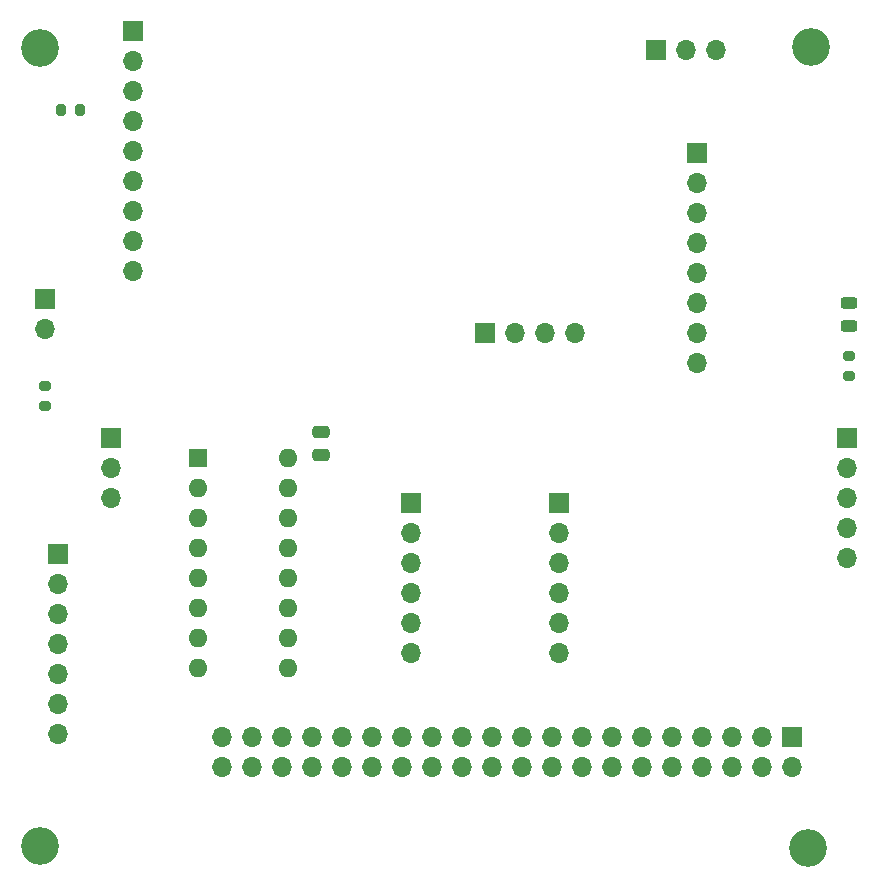
<source format=gbr>
%TF.GenerationSoftware,KiCad,Pcbnew,(6.0.7)*%
%TF.CreationDate,2023-02-22T21:26:54+03:00*%
%TF.ProjectId,Omarichet Sensor Shield 1.3,4f6d6172-6963-4686-9574-2053656e736f,rev?*%
%TF.SameCoordinates,Original*%
%TF.FileFunction,Soldermask,Top*%
%TF.FilePolarity,Negative*%
%FSLAX46Y46*%
G04 Gerber Fmt 4.6, Leading zero omitted, Abs format (unit mm)*
G04 Created by KiCad (PCBNEW (6.0.7)) date 2023-02-22 21:26:54*
%MOMM*%
%LPD*%
G01*
G04 APERTURE LIST*
G04 Aperture macros list*
%AMRoundRect*
0 Rectangle with rounded corners*
0 $1 Rounding radius*
0 $2 $3 $4 $5 $6 $7 $8 $9 X,Y pos of 4 corners*
0 Add a 4 corners polygon primitive as box body*
4,1,4,$2,$3,$4,$5,$6,$7,$8,$9,$2,$3,0*
0 Add four circle primitives for the rounded corners*
1,1,$1+$1,$2,$3*
1,1,$1+$1,$4,$5*
1,1,$1+$1,$6,$7*
1,1,$1+$1,$8,$9*
0 Add four rect primitives between the rounded corners*
20,1,$1+$1,$2,$3,$4,$5,0*
20,1,$1+$1,$4,$5,$6,$7,0*
20,1,$1+$1,$6,$7,$8,$9,0*
20,1,$1+$1,$8,$9,$2,$3,0*%
G04 Aperture macros list end*
%ADD10R,1.600000X1.600000*%
%ADD11O,1.600000X1.600000*%
%ADD12RoundRect,0.243750X-0.456250X0.243750X-0.456250X-0.243750X0.456250X-0.243750X0.456250X0.243750X0*%
%ADD13RoundRect,0.200000X0.200000X0.275000X-0.200000X0.275000X-0.200000X-0.275000X0.200000X-0.275000X0*%
%ADD14C,3.200000*%
%ADD15R,1.700000X1.700000*%
%ADD16O,1.700000X1.700000*%
%ADD17RoundRect,0.250000X0.475000X-0.250000X0.475000X0.250000X-0.475000X0.250000X-0.475000X-0.250000X0*%
%ADD18RoundRect,0.200000X-0.275000X0.200000X-0.275000X-0.200000X0.275000X-0.200000X0.275000X0.200000X0*%
%ADD19RoundRect,0.200000X0.275000X-0.200000X0.275000X0.200000X-0.275000X0.200000X-0.275000X-0.200000X0*%
G04 APERTURE END LIST*
D10*
%TO.C,U1*%
X109356000Y-106441000D03*
D11*
X109356000Y-108981000D03*
X109356000Y-111521000D03*
X109356000Y-114061000D03*
X109356000Y-116601000D03*
X109356000Y-119141000D03*
X109356000Y-121681000D03*
X109356000Y-124221000D03*
X116976000Y-124221000D03*
X116976000Y-121681000D03*
X116976000Y-119141000D03*
X116976000Y-116601000D03*
X116976000Y-114061000D03*
X116976000Y-111521000D03*
X116976000Y-108981000D03*
X116976000Y-106441000D03*
%TD*%
D12*
%TO.C,D1*%
X164470000Y-93320000D03*
X164470000Y-95195000D03*
%TD*%
D13*
%TO.C,R2*%
X99355000Y-76930000D03*
X97705000Y-76930000D03*
%TD*%
D14*
%TO.C,H2*%
X95950000Y-71660000D03*
%TD*%
D15*
%TO.C,J7*%
X102015000Y-104690000D03*
D16*
X102015000Y-107230000D03*
X102015000Y-109770000D03*
%TD*%
D14*
%TO.C,H1*%
X161210000Y-71570000D03*
%TD*%
D17*
%TO.C,C1*%
X119750000Y-106120000D03*
X119750000Y-104220000D03*
%TD*%
D15*
%TO.C,J1*%
X96360000Y-92970000D03*
D16*
X96360000Y-95510000D03*
%TD*%
D15*
%TO.C,J5*%
X133610000Y-95795000D03*
D16*
X136150000Y-95795000D03*
X138690000Y-95795000D03*
X141230000Y-95795000D03*
%TD*%
D14*
%TO.C,H4*%
X160980000Y-139420000D03*
%TD*%
D15*
%TO.C,J4*%
X151625000Y-80565000D03*
D16*
X151625000Y-83105000D03*
X151625000Y-85645000D03*
X151625000Y-88185000D03*
X151625000Y-90725000D03*
X151625000Y-93265000D03*
X151625000Y-95805000D03*
X151625000Y-98345000D03*
%TD*%
D15*
%TO.C,J2*%
X148080000Y-71850000D03*
D16*
X150620000Y-71850000D03*
X153160000Y-71850000D03*
%TD*%
D15*
%TO.C,J10*%
X139925000Y-110205000D03*
D16*
X139925000Y-112745000D03*
X139925000Y-115285000D03*
X139925000Y-117825000D03*
X139925000Y-120365000D03*
X139925000Y-122905000D03*
%TD*%
D15*
%TO.C,J3*%
X164275000Y-104680000D03*
D16*
X164275000Y-107220000D03*
X164275000Y-109760000D03*
X164275000Y-112300000D03*
X164275000Y-114840000D03*
%TD*%
D15*
%TO.C,J8*%
X127340000Y-110210000D03*
D16*
X127340000Y-112750000D03*
X127340000Y-115290000D03*
X127340000Y-117830000D03*
X127340000Y-120370000D03*
X127340000Y-122910000D03*
%TD*%
D18*
%TO.C,R1*%
X96350000Y-100350000D03*
X96350000Y-102000000D03*
%TD*%
D14*
%TO.C,H3*%
X95980000Y-139230000D03*
%TD*%
D19*
%TO.C,R3*%
X164460000Y-99425000D03*
X164460000Y-97775000D03*
%TD*%
D15*
%TO.C,J6*%
X103855000Y-70230000D03*
D16*
X103855000Y-72770000D03*
X103855000Y-75310000D03*
X103855000Y-77850000D03*
X103855000Y-80390000D03*
X103855000Y-82930000D03*
X103855000Y-85470000D03*
X103855000Y-88010000D03*
X103855000Y-90550000D03*
%TD*%
D15*
%TO.C,J11*%
X97475000Y-114510000D03*
D16*
X97475000Y-117050000D03*
X97475000Y-119590000D03*
X97475000Y-122130000D03*
X97475000Y-124670000D03*
X97475000Y-127210000D03*
X97475000Y-129750000D03*
%TD*%
D15*
%TO.C,J9*%
X159670000Y-129990000D03*
D16*
X159670000Y-132530000D03*
X157130000Y-129990000D03*
X157130000Y-132530000D03*
X154590000Y-129990000D03*
X154590000Y-132530000D03*
X152050000Y-129990000D03*
X152050000Y-132530000D03*
X149510000Y-129990000D03*
X149510000Y-132530000D03*
X146970000Y-129990000D03*
X146970000Y-132530000D03*
X144430000Y-129990000D03*
X144430000Y-132530000D03*
X141890000Y-129990000D03*
X141890000Y-132530000D03*
X139350000Y-129990000D03*
X139350000Y-132530000D03*
X136810000Y-129990000D03*
X136810000Y-132530000D03*
X134270000Y-129990000D03*
X134270000Y-132530000D03*
X131730000Y-129990000D03*
X131730000Y-132530000D03*
X129190000Y-129990000D03*
X129190000Y-132530000D03*
X126650000Y-129990000D03*
X126650000Y-132530000D03*
X124110000Y-129990000D03*
X124110000Y-132530000D03*
X121570000Y-129990000D03*
X121570000Y-132530000D03*
X119030000Y-129990000D03*
X119030000Y-132530000D03*
X116490000Y-129990000D03*
X116490000Y-132530000D03*
X113950000Y-129990000D03*
X113950000Y-132530000D03*
X111410000Y-129990000D03*
X111410000Y-132530000D03*
%TD*%
M02*

</source>
